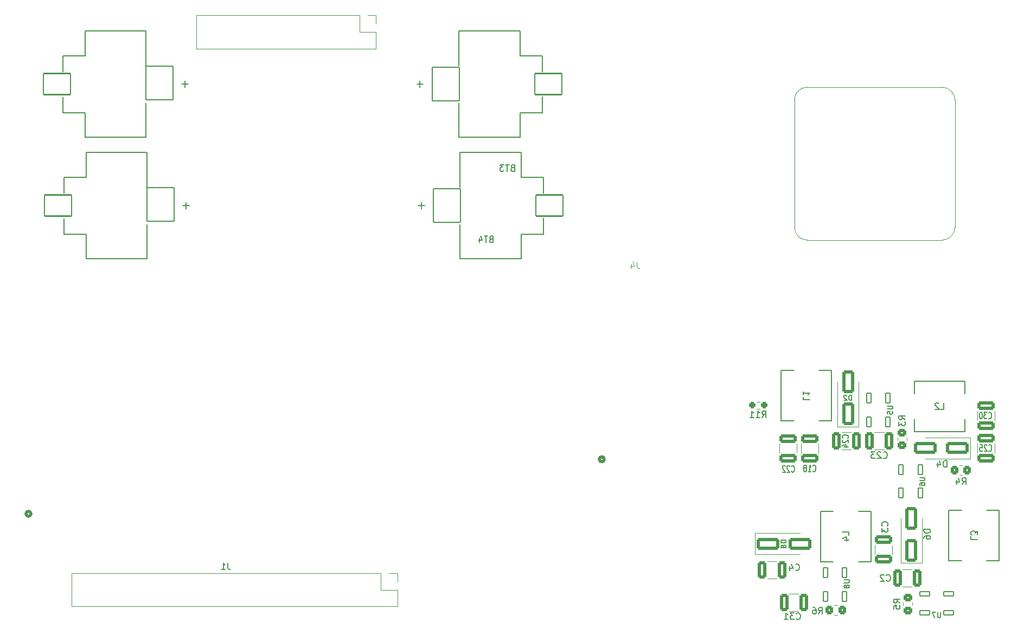
<source format=gbo>
G04 #@! TF.GenerationSoftware,KiCad,Pcbnew,7.0.10-7.0.10~ubuntu22.04.1*
G04 #@! TF.CreationDate,2025-04-10T19:03:43-06:00*
G04 #@! TF.ProjectId,OAC,4f41432e-6b69-4636-9164-5f7063625858,rev?*
G04 #@! TF.SameCoordinates,Original*
G04 #@! TF.FileFunction,Legend,Bot*
G04 #@! TF.FilePolarity,Positive*
%FSLAX46Y46*%
G04 Gerber Fmt 4.6, Leading zero omitted, Abs format (unit mm)*
G04 Created by KiCad (PCBNEW 7.0.10-7.0.10~ubuntu22.04.1) date 2025-04-10 19:03:43*
%MOMM*%
%LPD*%
G01*
G04 APERTURE LIST*
G04 Aperture macros list*
%AMRoundRect*
0 Rectangle with rounded corners*
0 $1 Rounding radius*
0 $2 $3 $4 $5 $6 $7 $8 $9 X,Y pos of 4 corners*
0 Add a 4 corners polygon primitive as box body*
4,1,4,$2,$3,$4,$5,$6,$7,$8,$9,$2,$3,0*
0 Add four circle primitives for the rounded corners*
1,1,$1+$1,$2,$3*
1,1,$1+$1,$4,$5*
1,1,$1+$1,$6,$7*
1,1,$1+$1,$8,$9*
0 Add four rect primitives between the rounded corners*
20,1,$1+$1,$2,$3,$4,$5,0*
20,1,$1+$1,$4,$5,$6,$7,0*
20,1,$1+$1,$6,$7,$8,$9,0*
20,1,$1+$1,$8,$9,$2,$3,0*%
%AMFreePoly0*
4,1,37,0.559954,2.682520,0.597008,2.631520,0.602000,2.600000,0.602000,1.032051,1.117027,0.517026,1.139138,0.483934,1.157736,0.439033,1.165500,0.400000,1.165500,-0.400000,1.157736,-0.439033,1.139138,-0.483934,1.117027,-0.517026,0.602000,-1.032051,0.602000,-2.600000,0.582520,-2.659954,0.531520,-2.697008,0.500000,-2.702000,-0.500000,-2.702000,-0.559954,-2.682520,-0.597008,-2.631520,
-0.602000,-2.600000,-0.602000,-1.032052,-1.117026,-0.517026,-1.139136,-0.483935,-1.157735,-0.439034,-1.165500,-0.400000,-1.165500,0.400000,-1.157735,0.439034,-1.139136,0.483935,-1.117026,0.517026,-0.602000,1.032052,-0.602000,2.600000,-0.582520,2.659954,-0.531520,2.697008,-0.500000,2.702000,0.500000,2.702000,0.559954,2.682520,0.559954,2.682520,$1*%
G04 Aperture macros list end*
%ADD10C,0.150000*%
%ADD11C,0.100000*%
%ADD12C,0.120000*%
%ADD13C,0.508000*%
%ADD14C,0.152400*%
%ADD15C,0.127000*%
%ADD16C,2.750000*%
%ADD17C,2.000000*%
%ADD18C,6.200000*%
%ADD19C,6.000000*%
%ADD20R,1.700000X1.700000*%
%ADD21O,1.700000X1.700000*%
%ADD22RoundRect,0.250000X0.650000X-1.500000X0.650000X1.500000X-0.650000X1.500000X-0.650000X-1.500000X0*%
%ADD23RoundRect,0.250000X0.350000X0.450000X-0.350000X0.450000X-0.350000X-0.450000X0.350000X-0.450000X0*%
%ADD24RoundRect,0.250000X1.075000X-0.400000X1.075000X0.400000X-1.075000X0.400000X-1.075000X-0.400000X0*%
%ADD25RoundRect,0.250000X1.500000X0.650000X-1.500000X0.650000X-1.500000X-0.650000X1.500000X-0.650000X0*%
%ADD26R,3.251200X2.489200*%
%ADD27RoundRect,0.250000X0.400000X1.075000X-0.400000X1.075000X-0.400000X-1.075000X0.400000X-1.075000X0*%
%ADD28RoundRect,0.237500X-0.250000X-0.237500X0.250000X-0.237500X0.250000X0.237500X-0.250000X0.237500X0*%
%ADD29RoundRect,0.250000X0.450000X-0.350000X0.450000X0.350000X-0.450000X0.350000X-0.450000X-0.350000X0*%
%ADD30RoundRect,0.102000X-0.350000X-0.750000X0.350000X-0.750000X0.350000X0.750000X-0.350000X0.750000X0*%
%ADD31FreePoly0,0.000000*%
%ADD32RoundRect,0.250000X-0.450000X0.350000X-0.450000X-0.350000X0.450000X-0.350000X0.450000X0.350000X0*%
%ADD33RoundRect,0.250000X-1.500000X-0.650000X1.500000X-0.650000X1.500000X0.650000X-1.500000X0.650000X0*%
%ADD34RoundRect,0.250000X-0.400000X-1.075000X0.400000X-1.075000X0.400000X1.075000X-0.400000X1.075000X0*%
%ADD35R,2.489200X3.251200*%
%ADD36RoundRect,0.102000X2.120000X2.600000X-2.120000X2.600000X-2.120000X-2.600000X2.120000X-2.600000X0*%
%ADD37RoundRect,0.102000X2.120000X1.650000X-2.120000X1.650000X-2.120000X-1.650000X2.120000X-1.650000X0*%
%ADD38RoundRect,0.102000X-2.120000X-1.650000X2.120000X-1.650000X2.120000X1.650000X-2.120000X1.650000X0*%
%ADD39RoundRect,0.102000X-2.120000X-2.600000X2.120000X-2.600000X2.120000X2.600000X-2.120000X2.600000X0*%
%ADD40RoundRect,0.250000X-0.350000X-0.450000X0.350000X-0.450000X0.350000X0.450000X-0.350000X0.450000X0*%
%ADD41RoundRect,0.102000X-0.750000X0.350000X-0.750000X-0.350000X0.750000X-0.350000X0.750000X0.350000X0*%
%ADD42FreePoly0,270.000000*%
%ADD43RoundRect,0.250000X-1.075000X0.400000X-1.075000X-0.400000X1.075000X-0.400000X1.075000X0.400000X0*%
G04 APERTURE END LIST*
D10*
X155451333Y-181242819D02*
X155451333Y-181957104D01*
X155451333Y-181957104D02*
X155498952Y-182099961D01*
X155498952Y-182099961D02*
X155594190Y-182195200D01*
X155594190Y-182195200D02*
X155737047Y-182242819D01*
X155737047Y-182242819D02*
X155832285Y-182242819D01*
X154451333Y-182242819D02*
X155022761Y-182242819D01*
X154737047Y-182242819D02*
X154737047Y-181242819D01*
X154737047Y-181242819D02*
X154832285Y-181385676D01*
X154832285Y-181385676D02*
X154927523Y-181480914D01*
X154927523Y-181480914D02*
X155022761Y-181528533D01*
X265104817Y-176001905D02*
X264104817Y-176001905D01*
X264104817Y-176001905D02*
X264104817Y-176240000D01*
X264104817Y-176240000D02*
X264152436Y-176382857D01*
X264152436Y-176382857D02*
X264247674Y-176478095D01*
X264247674Y-176478095D02*
X264342912Y-176525714D01*
X264342912Y-176525714D02*
X264533388Y-176573333D01*
X264533388Y-176573333D02*
X264676245Y-176573333D01*
X264676245Y-176573333D02*
X264866721Y-176525714D01*
X264866721Y-176525714D02*
X264961959Y-176478095D01*
X264961959Y-176478095D02*
X265057198Y-176382857D01*
X265057198Y-176382857D02*
X265104817Y-176240000D01*
X265104817Y-176240000D02*
X265104817Y-176001905D01*
X264104817Y-177430476D02*
X264104817Y-177240000D01*
X264104817Y-177240000D02*
X264152436Y-177144762D01*
X264152436Y-177144762D02*
X264200055Y-177097143D01*
X264200055Y-177097143D02*
X264342912Y-177001905D01*
X264342912Y-177001905D02*
X264533388Y-176954286D01*
X264533388Y-176954286D02*
X264914340Y-176954286D01*
X264914340Y-176954286D02*
X265009578Y-177001905D01*
X265009578Y-177001905D02*
X265057198Y-177049524D01*
X265057198Y-177049524D02*
X265104817Y-177144762D01*
X265104817Y-177144762D02*
X265104817Y-177335238D01*
X265104817Y-177335238D02*
X265057198Y-177430476D01*
X265057198Y-177430476D02*
X265009578Y-177478095D01*
X265009578Y-177478095D02*
X264914340Y-177525714D01*
X264914340Y-177525714D02*
X264676245Y-177525714D01*
X264676245Y-177525714D02*
X264581007Y-177478095D01*
X264581007Y-177478095D02*
X264533388Y-177430476D01*
X264533388Y-177430476D02*
X264485769Y-177335238D01*
X264485769Y-177335238D02*
X264485769Y-177144762D01*
X264485769Y-177144762D02*
X264533388Y-177049524D01*
X264533388Y-177049524D02*
X264581007Y-177001905D01*
X264581007Y-177001905D02*
X264676245Y-176954286D01*
X270066666Y-168954819D02*
X270399999Y-168478628D01*
X270638094Y-168954819D02*
X270638094Y-167954819D01*
X270638094Y-167954819D02*
X270257142Y-167954819D01*
X270257142Y-167954819D02*
X270161904Y-168002438D01*
X270161904Y-168002438D02*
X270114285Y-168050057D01*
X270114285Y-168050057D02*
X270066666Y-168145295D01*
X270066666Y-168145295D02*
X270066666Y-168288152D01*
X270066666Y-168288152D02*
X270114285Y-168383390D01*
X270114285Y-168383390D02*
X270161904Y-168431009D01*
X270161904Y-168431009D02*
X270257142Y-168478628D01*
X270257142Y-168478628D02*
X270638094Y-168478628D01*
X269209523Y-168288152D02*
X269209523Y-168954819D01*
X269447618Y-167907200D02*
X269685713Y-168621485D01*
X269685713Y-168621485D02*
X269066666Y-168621485D01*
X243442143Y-166939580D02*
X243477857Y-166987200D01*
X243477857Y-166987200D02*
X243585000Y-167034819D01*
X243585000Y-167034819D02*
X243656428Y-167034819D01*
X243656428Y-167034819D02*
X243763571Y-166987200D01*
X243763571Y-166987200D02*
X243835000Y-166891961D01*
X243835000Y-166891961D02*
X243870714Y-166796723D01*
X243870714Y-166796723D02*
X243906428Y-166606247D01*
X243906428Y-166606247D02*
X243906428Y-166463390D01*
X243906428Y-166463390D02*
X243870714Y-166272914D01*
X243870714Y-166272914D02*
X243835000Y-166177676D01*
X243835000Y-166177676D02*
X243763571Y-166082438D01*
X243763571Y-166082438D02*
X243656428Y-166034819D01*
X243656428Y-166034819D02*
X243585000Y-166034819D01*
X243585000Y-166034819D02*
X243477857Y-166082438D01*
X243477857Y-166082438D02*
X243442143Y-166130057D01*
X243156428Y-166130057D02*
X243120714Y-166082438D01*
X243120714Y-166082438D02*
X243049286Y-166034819D01*
X243049286Y-166034819D02*
X242870714Y-166034819D01*
X242870714Y-166034819D02*
X242799286Y-166082438D01*
X242799286Y-166082438D02*
X242763571Y-166130057D01*
X242763571Y-166130057D02*
X242727857Y-166225295D01*
X242727857Y-166225295D02*
X242727857Y-166320533D01*
X242727857Y-166320533D02*
X242763571Y-166463390D01*
X242763571Y-166463390D02*
X243192143Y-167034819D01*
X243192143Y-167034819D02*
X242727857Y-167034819D01*
X242442142Y-166130057D02*
X242406428Y-166082438D01*
X242406428Y-166082438D02*
X242335000Y-166034819D01*
X242335000Y-166034819D02*
X242156428Y-166034819D01*
X242156428Y-166034819D02*
X242085000Y-166082438D01*
X242085000Y-166082438D02*
X242049285Y-166130057D01*
X242049285Y-166130057D02*
X242013571Y-166225295D01*
X242013571Y-166225295D02*
X242013571Y-166320533D01*
X242013571Y-166320533D02*
X242049285Y-166463390D01*
X242049285Y-166463390D02*
X242477857Y-167034819D01*
X242477857Y-167034819D02*
X242013571Y-167034819D01*
X267678094Y-166244819D02*
X267678094Y-165244819D01*
X267678094Y-165244819D02*
X267439999Y-165244819D01*
X267439999Y-165244819D02*
X267297142Y-165292438D01*
X267297142Y-165292438D02*
X267201904Y-165387676D01*
X267201904Y-165387676D02*
X267154285Y-165482914D01*
X267154285Y-165482914D02*
X267106666Y-165673390D01*
X267106666Y-165673390D02*
X267106666Y-165816247D01*
X267106666Y-165816247D02*
X267154285Y-166006723D01*
X267154285Y-166006723D02*
X267201904Y-166101961D01*
X267201904Y-166101961D02*
X267297142Y-166197200D01*
X267297142Y-166197200D02*
X267439999Y-166244819D01*
X267439999Y-166244819D02*
X267678094Y-166244819D01*
X266249523Y-165578152D02*
X266249523Y-166244819D01*
X266487618Y-165197200D02*
X266725713Y-165911485D01*
X266725713Y-165911485D02*
X266106666Y-165911485D01*
X245295178Y-155283866D02*
X245295178Y-155760056D01*
X245295178Y-155760056D02*
X246295178Y-155760056D01*
X245295178Y-154426723D02*
X245295178Y-154998151D01*
X245295178Y-154712437D02*
X246295178Y-154712437D01*
X246295178Y-154712437D02*
X246152321Y-154807675D01*
X246152321Y-154807675D02*
X246057083Y-154902913D01*
X246057083Y-154902913D02*
X246009464Y-154998151D01*
X244046666Y-182299580D02*
X244094285Y-182347200D01*
X244094285Y-182347200D02*
X244237142Y-182394819D01*
X244237142Y-182394819D02*
X244332380Y-182394819D01*
X244332380Y-182394819D02*
X244475237Y-182347200D01*
X244475237Y-182347200D02*
X244570475Y-182251961D01*
X244570475Y-182251961D02*
X244618094Y-182156723D01*
X244618094Y-182156723D02*
X244665713Y-181966247D01*
X244665713Y-181966247D02*
X244665713Y-181823390D01*
X244665713Y-181823390D02*
X244618094Y-181632914D01*
X244618094Y-181632914D02*
X244570475Y-181537676D01*
X244570475Y-181537676D02*
X244475237Y-181442438D01*
X244475237Y-181442438D02*
X244332380Y-181394819D01*
X244332380Y-181394819D02*
X244237142Y-181394819D01*
X244237142Y-181394819D02*
X244094285Y-181442438D01*
X244094285Y-181442438D02*
X244046666Y-181490057D01*
X243189523Y-181728152D02*
X243189523Y-182394819D01*
X243427618Y-181347200D02*
X243665713Y-182061485D01*
X243665713Y-182061485D02*
X243046666Y-182061485D01*
X238862855Y-158494819D02*
X239196188Y-158018628D01*
X239434283Y-158494819D02*
X239434283Y-157494819D01*
X239434283Y-157494819D02*
X239053331Y-157494819D01*
X239053331Y-157494819D02*
X238958093Y-157542438D01*
X238958093Y-157542438D02*
X238910474Y-157590057D01*
X238910474Y-157590057D02*
X238862855Y-157685295D01*
X238862855Y-157685295D02*
X238862855Y-157828152D01*
X238862855Y-157828152D02*
X238910474Y-157923390D01*
X238910474Y-157923390D02*
X238958093Y-157971009D01*
X238958093Y-157971009D02*
X239053331Y-158018628D01*
X239053331Y-158018628D02*
X239434283Y-158018628D01*
X237910474Y-158494819D02*
X238481902Y-158494819D01*
X238196188Y-158494819D02*
X238196188Y-157494819D01*
X238196188Y-157494819D02*
X238291426Y-157637676D01*
X238291426Y-157637676D02*
X238386664Y-157732914D01*
X238386664Y-157732914D02*
X238481902Y-157780533D01*
X236958093Y-158494819D02*
X237529521Y-158494819D01*
X237243807Y-158494819D02*
X237243807Y-157494819D01*
X237243807Y-157494819D02*
X237339045Y-157637676D01*
X237339045Y-157637676D02*
X237434283Y-157732914D01*
X237434283Y-157732914D02*
X237529521Y-157780533D01*
X252830475Y-155822295D02*
X252830475Y-155022295D01*
X252830475Y-155022295D02*
X252639999Y-155022295D01*
X252639999Y-155022295D02*
X252525713Y-155060390D01*
X252525713Y-155060390D02*
X252449523Y-155136580D01*
X252449523Y-155136580D02*
X252411428Y-155212771D01*
X252411428Y-155212771D02*
X252373332Y-155365152D01*
X252373332Y-155365152D02*
X252373332Y-155479438D01*
X252373332Y-155479438D02*
X252411428Y-155631819D01*
X252411428Y-155631819D02*
X252449523Y-155708009D01*
X252449523Y-155708009D02*
X252525713Y-155784200D01*
X252525713Y-155784200D02*
X252639999Y-155822295D01*
X252639999Y-155822295D02*
X252830475Y-155822295D01*
X252068571Y-155098485D02*
X252030475Y-155060390D01*
X252030475Y-155060390D02*
X251954285Y-155022295D01*
X251954285Y-155022295D02*
X251763809Y-155022295D01*
X251763809Y-155022295D02*
X251687618Y-155060390D01*
X251687618Y-155060390D02*
X251649523Y-155098485D01*
X251649523Y-155098485D02*
X251611428Y-155174676D01*
X251611428Y-155174676D02*
X251611428Y-155250866D01*
X251611428Y-155250866D02*
X251649523Y-155365152D01*
X251649523Y-155365152D02*
X252106666Y-155822295D01*
X252106666Y-155822295D02*
X251611428Y-155822295D01*
X261184819Y-158833333D02*
X260708628Y-158500000D01*
X261184819Y-158261905D02*
X260184819Y-158261905D01*
X260184819Y-158261905D02*
X260184819Y-158642857D01*
X260184819Y-158642857D02*
X260232438Y-158738095D01*
X260232438Y-158738095D02*
X260280057Y-158785714D01*
X260280057Y-158785714D02*
X260375295Y-158833333D01*
X260375295Y-158833333D02*
X260518152Y-158833333D01*
X260518152Y-158833333D02*
X260613390Y-158785714D01*
X260613390Y-158785714D02*
X260661009Y-158738095D01*
X260661009Y-158738095D02*
X260708628Y-158642857D01*
X260708628Y-158642857D02*
X260708628Y-158261905D01*
X260184819Y-159166667D02*
X260184819Y-159785714D01*
X260184819Y-159785714D02*
X260565771Y-159452381D01*
X260565771Y-159452381D02*
X260565771Y-159595238D01*
X260565771Y-159595238D02*
X260613390Y-159690476D01*
X260613390Y-159690476D02*
X260661009Y-159738095D01*
X260661009Y-159738095D02*
X260756247Y-159785714D01*
X260756247Y-159785714D02*
X260994342Y-159785714D01*
X260994342Y-159785714D02*
X261089580Y-159738095D01*
X261089580Y-159738095D02*
X261137200Y-159690476D01*
X261137200Y-159690476D02*
X261184819Y-159595238D01*
X261184819Y-159595238D02*
X261184819Y-159309524D01*
X261184819Y-159309524D02*
X261137200Y-159214286D01*
X261137200Y-159214286D02*
X261089580Y-159166667D01*
X258412295Y-156750476D02*
X259059914Y-156750476D01*
X259059914Y-156750476D02*
X259136104Y-156788571D01*
X259136104Y-156788571D02*
X259174200Y-156826666D01*
X259174200Y-156826666D02*
X259212295Y-156902857D01*
X259212295Y-156902857D02*
X259212295Y-157055238D01*
X259212295Y-157055238D02*
X259174200Y-157131428D01*
X259174200Y-157131428D02*
X259136104Y-157169523D01*
X259136104Y-157169523D02*
X259059914Y-157207619D01*
X259059914Y-157207619D02*
X258412295Y-157207619D01*
X258412295Y-157969523D02*
X258412295Y-157588571D01*
X258412295Y-157588571D02*
X258793247Y-157550475D01*
X258793247Y-157550475D02*
X258755152Y-157588571D01*
X258755152Y-157588571D02*
X258717057Y-157664761D01*
X258717057Y-157664761D02*
X258717057Y-157855237D01*
X258717057Y-157855237D02*
X258755152Y-157931428D01*
X258755152Y-157931428D02*
X258793247Y-157969523D01*
X258793247Y-157969523D02*
X258869438Y-158007618D01*
X258869438Y-158007618D02*
X259059914Y-158007618D01*
X259059914Y-158007618D02*
X259136104Y-157969523D01*
X259136104Y-157969523D02*
X259174200Y-157931428D01*
X259174200Y-157931428D02*
X259212295Y-157855237D01*
X259212295Y-157855237D02*
X259212295Y-157664761D01*
X259212295Y-157664761D02*
X259174200Y-157588571D01*
X259174200Y-157588571D02*
X259136104Y-157550475D01*
X251652295Y-183850476D02*
X252299914Y-183850476D01*
X252299914Y-183850476D02*
X252376104Y-183888571D01*
X252376104Y-183888571D02*
X252414200Y-183926666D01*
X252414200Y-183926666D02*
X252452295Y-184002857D01*
X252452295Y-184002857D02*
X252452295Y-184155238D01*
X252452295Y-184155238D02*
X252414200Y-184231428D01*
X252414200Y-184231428D02*
X252376104Y-184269523D01*
X252376104Y-184269523D02*
X252299914Y-184307619D01*
X252299914Y-184307619D02*
X251652295Y-184307619D01*
X251995152Y-184802856D02*
X251957057Y-184726666D01*
X251957057Y-184726666D02*
X251918961Y-184688571D01*
X251918961Y-184688571D02*
X251842771Y-184650475D01*
X251842771Y-184650475D02*
X251804676Y-184650475D01*
X251804676Y-184650475D02*
X251728485Y-184688571D01*
X251728485Y-184688571D02*
X251690390Y-184726666D01*
X251690390Y-184726666D02*
X251652295Y-184802856D01*
X251652295Y-184802856D02*
X251652295Y-184955237D01*
X251652295Y-184955237D02*
X251690390Y-185031428D01*
X251690390Y-185031428D02*
X251728485Y-185069523D01*
X251728485Y-185069523D02*
X251804676Y-185107618D01*
X251804676Y-185107618D02*
X251842771Y-185107618D01*
X251842771Y-185107618D02*
X251918961Y-185069523D01*
X251918961Y-185069523D02*
X251957057Y-185031428D01*
X251957057Y-185031428D02*
X251995152Y-184955237D01*
X251995152Y-184955237D02*
X251995152Y-184802856D01*
X251995152Y-184802856D02*
X252033247Y-184726666D01*
X252033247Y-184726666D02*
X252071342Y-184688571D01*
X252071342Y-184688571D02*
X252147533Y-184650475D01*
X252147533Y-184650475D02*
X252299914Y-184650475D01*
X252299914Y-184650475D02*
X252376104Y-184688571D01*
X252376104Y-184688571D02*
X252414200Y-184726666D01*
X252414200Y-184726666D02*
X252452295Y-184802856D01*
X252452295Y-184802856D02*
X252452295Y-184955237D01*
X252452295Y-184955237D02*
X252414200Y-185031428D01*
X252414200Y-185031428D02*
X252376104Y-185069523D01*
X252376104Y-185069523D02*
X252299914Y-185107618D01*
X252299914Y-185107618D02*
X252147533Y-185107618D01*
X252147533Y-185107618D02*
X252071342Y-185069523D01*
X252071342Y-185069523D02*
X252033247Y-185031428D01*
X252033247Y-185031428D02*
X251995152Y-184955237D01*
X246772143Y-166859580D02*
X246807857Y-166907200D01*
X246807857Y-166907200D02*
X246915000Y-166954819D01*
X246915000Y-166954819D02*
X246986428Y-166954819D01*
X246986428Y-166954819D02*
X247093571Y-166907200D01*
X247093571Y-166907200D02*
X247165000Y-166811961D01*
X247165000Y-166811961D02*
X247200714Y-166716723D01*
X247200714Y-166716723D02*
X247236428Y-166526247D01*
X247236428Y-166526247D02*
X247236428Y-166383390D01*
X247236428Y-166383390D02*
X247200714Y-166192914D01*
X247200714Y-166192914D02*
X247165000Y-166097676D01*
X247165000Y-166097676D02*
X247093571Y-166002438D01*
X247093571Y-166002438D02*
X246986428Y-165954819D01*
X246986428Y-165954819D02*
X246915000Y-165954819D01*
X246915000Y-165954819D02*
X246807857Y-166002438D01*
X246807857Y-166002438D02*
X246772143Y-166050057D01*
X246057857Y-166954819D02*
X246486428Y-166954819D01*
X246272143Y-166954819D02*
X246272143Y-165954819D01*
X246272143Y-165954819D02*
X246343571Y-166097676D01*
X246343571Y-166097676D02*
X246415000Y-166192914D01*
X246415000Y-166192914D02*
X246486428Y-166240533D01*
X245629285Y-166383390D02*
X245700714Y-166335771D01*
X245700714Y-166335771D02*
X245736428Y-166288152D01*
X245736428Y-166288152D02*
X245772142Y-166192914D01*
X245772142Y-166192914D02*
X245772142Y-166145295D01*
X245772142Y-166145295D02*
X245736428Y-166050057D01*
X245736428Y-166050057D02*
X245700714Y-166002438D01*
X245700714Y-166002438D02*
X245629285Y-165954819D01*
X245629285Y-165954819D02*
X245486428Y-165954819D01*
X245486428Y-165954819D02*
X245415000Y-166002438D01*
X245415000Y-166002438D02*
X245379285Y-166050057D01*
X245379285Y-166050057D02*
X245343571Y-166145295D01*
X245343571Y-166145295D02*
X245343571Y-166192914D01*
X245343571Y-166192914D02*
X245379285Y-166288152D01*
X245379285Y-166288152D02*
X245415000Y-166335771D01*
X245415000Y-166335771D02*
X245486428Y-166383390D01*
X245486428Y-166383390D02*
X245629285Y-166383390D01*
X245629285Y-166383390D02*
X245700714Y-166431009D01*
X245700714Y-166431009D02*
X245736428Y-166478628D01*
X245736428Y-166478628D02*
X245772142Y-166573866D01*
X245772142Y-166573866D02*
X245772142Y-166764342D01*
X245772142Y-166764342D02*
X245736428Y-166859580D01*
X245736428Y-166859580D02*
X245700714Y-166907200D01*
X245700714Y-166907200D02*
X245629285Y-166954819D01*
X245629285Y-166954819D02*
X245486428Y-166954819D01*
X245486428Y-166954819D02*
X245415000Y-166907200D01*
X245415000Y-166907200D02*
X245379285Y-166859580D01*
X245379285Y-166859580D02*
X245343571Y-166764342D01*
X245343571Y-166764342D02*
X245343571Y-166573866D01*
X245343571Y-166573866D02*
X245379285Y-166478628D01*
X245379285Y-166478628D02*
X245415000Y-166431009D01*
X245415000Y-166431009D02*
X245486428Y-166383390D01*
X260374817Y-187463333D02*
X259898626Y-187130000D01*
X260374817Y-186891905D02*
X259374817Y-186891905D01*
X259374817Y-186891905D02*
X259374817Y-187272857D01*
X259374817Y-187272857D02*
X259422436Y-187368095D01*
X259422436Y-187368095D02*
X259470055Y-187415714D01*
X259470055Y-187415714D02*
X259565293Y-187463333D01*
X259565293Y-187463333D02*
X259708150Y-187463333D01*
X259708150Y-187463333D02*
X259803388Y-187415714D01*
X259803388Y-187415714D02*
X259851007Y-187368095D01*
X259851007Y-187368095D02*
X259898626Y-187272857D01*
X259898626Y-187272857D02*
X259898626Y-186891905D01*
X259374817Y-188368095D02*
X259374817Y-187891905D01*
X259374817Y-187891905D02*
X259851007Y-187844286D01*
X259851007Y-187844286D02*
X259803388Y-187891905D01*
X259803388Y-187891905D02*
X259755769Y-187987143D01*
X259755769Y-187987143D02*
X259755769Y-188225238D01*
X259755769Y-188225238D02*
X259803388Y-188320476D01*
X259803388Y-188320476D02*
X259851007Y-188368095D01*
X259851007Y-188368095D02*
X259946245Y-188415714D01*
X259946245Y-188415714D02*
X260184340Y-188415714D01*
X260184340Y-188415714D02*
X260279578Y-188368095D01*
X260279578Y-188368095D02*
X260327198Y-188320476D01*
X260327198Y-188320476D02*
X260374817Y-188225238D01*
X260374817Y-188225238D02*
X260374817Y-187987143D01*
X260374817Y-187987143D02*
X260327198Y-187891905D01*
X260327198Y-187891905D02*
X260279578Y-187844286D01*
D11*
X219313333Y-134199919D02*
X219313333Y-134914204D01*
X219313333Y-134914204D02*
X219360952Y-135057061D01*
X219360952Y-135057061D02*
X219456190Y-135152300D01*
X219456190Y-135152300D02*
X219599047Y-135199919D01*
X219599047Y-135199919D02*
X219694285Y-135199919D01*
X218408571Y-134533252D02*
X218408571Y-135199919D01*
X218646666Y-134152300D02*
X218884761Y-134866585D01*
X218884761Y-134866585D02*
X218265714Y-134866585D01*
D10*
X242592295Y-177659524D02*
X241792295Y-177659524D01*
X241792295Y-177659524D02*
X241792295Y-177850000D01*
X241792295Y-177850000D02*
X241830390Y-177964286D01*
X241830390Y-177964286D02*
X241906580Y-178040476D01*
X241906580Y-178040476D02*
X241982771Y-178078571D01*
X241982771Y-178078571D02*
X242135152Y-178116667D01*
X242135152Y-178116667D02*
X242249438Y-178116667D01*
X242249438Y-178116667D02*
X242401819Y-178078571D01*
X242401819Y-178078571D02*
X242478009Y-178040476D01*
X242478009Y-178040476D02*
X242554200Y-177964286D01*
X242554200Y-177964286D02*
X242592295Y-177850000D01*
X242592295Y-177850000D02*
X242592295Y-177659524D01*
X242135152Y-178573809D02*
X242097057Y-178497619D01*
X242097057Y-178497619D02*
X242058961Y-178459524D01*
X242058961Y-178459524D02*
X241982771Y-178421428D01*
X241982771Y-178421428D02*
X241944676Y-178421428D01*
X241944676Y-178421428D02*
X241868485Y-178459524D01*
X241868485Y-178459524D02*
X241830390Y-178497619D01*
X241830390Y-178497619D02*
X241792295Y-178573809D01*
X241792295Y-178573809D02*
X241792295Y-178726190D01*
X241792295Y-178726190D02*
X241830390Y-178802381D01*
X241830390Y-178802381D02*
X241868485Y-178840476D01*
X241868485Y-178840476D02*
X241944676Y-178878571D01*
X241944676Y-178878571D02*
X241982771Y-178878571D01*
X241982771Y-178878571D02*
X242058961Y-178840476D01*
X242058961Y-178840476D02*
X242097057Y-178802381D01*
X242097057Y-178802381D02*
X242135152Y-178726190D01*
X242135152Y-178726190D02*
X242135152Y-178573809D01*
X242135152Y-178573809D02*
X242173247Y-178497619D01*
X242173247Y-178497619D02*
X242211342Y-178459524D01*
X242211342Y-178459524D02*
X242287533Y-178421428D01*
X242287533Y-178421428D02*
X242439914Y-178421428D01*
X242439914Y-178421428D02*
X242516104Y-178459524D01*
X242516104Y-178459524D02*
X242554200Y-178497619D01*
X242554200Y-178497619D02*
X242592295Y-178573809D01*
X242592295Y-178573809D02*
X242592295Y-178726190D01*
X242592295Y-178726190D02*
X242554200Y-178802381D01*
X242554200Y-178802381D02*
X242516104Y-178840476D01*
X242516104Y-178840476D02*
X242439914Y-178878571D01*
X242439914Y-178878571D02*
X242287533Y-178878571D01*
X242287533Y-178878571D02*
X242211342Y-178840476D01*
X242211342Y-178840476D02*
X242173247Y-178802381D01*
X242173247Y-178802381D02*
X242135152Y-178726190D01*
X258256666Y-183959580D02*
X258304285Y-184007200D01*
X258304285Y-184007200D02*
X258447142Y-184054819D01*
X258447142Y-184054819D02*
X258542380Y-184054819D01*
X258542380Y-184054819D02*
X258685237Y-184007200D01*
X258685237Y-184007200D02*
X258780475Y-183911961D01*
X258780475Y-183911961D02*
X258828094Y-183816723D01*
X258828094Y-183816723D02*
X258875713Y-183626247D01*
X258875713Y-183626247D02*
X258875713Y-183483390D01*
X258875713Y-183483390D02*
X258828094Y-183292914D01*
X258828094Y-183292914D02*
X258780475Y-183197676D01*
X258780475Y-183197676D02*
X258685237Y-183102438D01*
X258685237Y-183102438D02*
X258542380Y-183054819D01*
X258542380Y-183054819D02*
X258447142Y-183054819D01*
X258447142Y-183054819D02*
X258304285Y-183102438D01*
X258304285Y-183102438D02*
X258256666Y-183150057D01*
X257875713Y-183150057D02*
X257828094Y-183102438D01*
X257828094Y-183102438D02*
X257732856Y-183054819D01*
X257732856Y-183054819D02*
X257494761Y-183054819D01*
X257494761Y-183054819D02*
X257399523Y-183102438D01*
X257399523Y-183102438D02*
X257351904Y-183150057D01*
X257351904Y-183150057D02*
X257304285Y-183245295D01*
X257304285Y-183245295D02*
X257304285Y-183340533D01*
X257304285Y-183340533D02*
X257351904Y-183483390D01*
X257351904Y-183483390D02*
X257923332Y-184054819D01*
X257923332Y-184054819D02*
X257304285Y-184054819D01*
X271465178Y-177083866D02*
X271465178Y-177560056D01*
X271465178Y-177560056D02*
X272465178Y-177560056D01*
X272465178Y-176845770D02*
X272465178Y-176226723D01*
X272465178Y-176226723D02*
X272084226Y-176560056D01*
X272084226Y-176560056D02*
X272084226Y-176417199D01*
X272084226Y-176417199D02*
X272036607Y-176321961D01*
X272036607Y-176321961D02*
X271988988Y-176274342D01*
X271988988Y-176274342D02*
X271893750Y-176226723D01*
X271893750Y-176226723D02*
X271655655Y-176226723D01*
X271655655Y-176226723D02*
X271560417Y-176274342D01*
X271560417Y-176274342D02*
X271512798Y-176321961D01*
X271512798Y-176321961D02*
X271465178Y-176417199D01*
X271465178Y-176417199D02*
X271465178Y-176702913D01*
X271465178Y-176702913D02*
X271512798Y-176798151D01*
X271512798Y-176798151D02*
X271560417Y-176845770D01*
X252374817Y-176903333D02*
X252374817Y-176427143D01*
X252374817Y-176427143D02*
X251374817Y-176427143D01*
X251708150Y-177665238D02*
X252374817Y-177665238D01*
X251327198Y-177427143D02*
X252041483Y-177189048D01*
X252041483Y-177189048D02*
X252041483Y-177808095D01*
X266716664Y-157244819D02*
X267192854Y-157244819D01*
X267192854Y-157244819D02*
X267192854Y-156244819D01*
X266430949Y-156340057D02*
X266383330Y-156292438D01*
X266383330Y-156292438D02*
X266288092Y-156244819D01*
X266288092Y-156244819D02*
X266049997Y-156244819D01*
X266049997Y-156244819D02*
X265954759Y-156292438D01*
X265954759Y-156292438D02*
X265907140Y-156340057D01*
X265907140Y-156340057D02*
X265859521Y-156435295D01*
X265859521Y-156435295D02*
X265859521Y-156530533D01*
X265859521Y-156530533D02*
X265907140Y-156673390D01*
X265907140Y-156673390D02*
X266478568Y-157244819D01*
X266478568Y-157244819D02*
X265859521Y-157244819D01*
X274212143Y-158599580D02*
X274247857Y-158647200D01*
X274247857Y-158647200D02*
X274355000Y-158694819D01*
X274355000Y-158694819D02*
X274426428Y-158694819D01*
X274426428Y-158694819D02*
X274533571Y-158647200D01*
X274533571Y-158647200D02*
X274605000Y-158551961D01*
X274605000Y-158551961D02*
X274640714Y-158456723D01*
X274640714Y-158456723D02*
X274676428Y-158266247D01*
X274676428Y-158266247D02*
X274676428Y-158123390D01*
X274676428Y-158123390D02*
X274640714Y-157932914D01*
X274640714Y-157932914D02*
X274605000Y-157837676D01*
X274605000Y-157837676D02*
X274533571Y-157742438D01*
X274533571Y-157742438D02*
X274426428Y-157694819D01*
X274426428Y-157694819D02*
X274355000Y-157694819D01*
X274355000Y-157694819D02*
X274247857Y-157742438D01*
X274247857Y-157742438D02*
X274212143Y-157790057D01*
X273962143Y-157694819D02*
X273497857Y-157694819D01*
X273497857Y-157694819D02*
X273747857Y-158075771D01*
X273747857Y-158075771D02*
X273640714Y-158075771D01*
X273640714Y-158075771D02*
X273569286Y-158123390D01*
X273569286Y-158123390D02*
X273533571Y-158171009D01*
X273533571Y-158171009D02*
X273497857Y-158266247D01*
X273497857Y-158266247D02*
X273497857Y-158504342D01*
X273497857Y-158504342D02*
X273533571Y-158599580D01*
X273533571Y-158599580D02*
X273569286Y-158647200D01*
X273569286Y-158647200D02*
X273640714Y-158694819D01*
X273640714Y-158694819D02*
X273855000Y-158694819D01*
X273855000Y-158694819D02*
X273926428Y-158647200D01*
X273926428Y-158647200D02*
X273962143Y-158599580D01*
X273033571Y-157694819D02*
X272962142Y-157694819D01*
X272962142Y-157694819D02*
X272890714Y-157742438D01*
X272890714Y-157742438D02*
X272855000Y-157790057D01*
X272855000Y-157790057D02*
X272819285Y-157885295D01*
X272819285Y-157885295D02*
X272783571Y-158075771D01*
X272783571Y-158075771D02*
X272783571Y-158313866D01*
X272783571Y-158313866D02*
X272819285Y-158504342D01*
X272819285Y-158504342D02*
X272855000Y-158599580D01*
X272855000Y-158599580D02*
X272890714Y-158647200D01*
X272890714Y-158647200D02*
X272962142Y-158694819D01*
X272962142Y-158694819D02*
X273033571Y-158694819D01*
X273033571Y-158694819D02*
X273105000Y-158647200D01*
X273105000Y-158647200D02*
X273140714Y-158599580D01*
X273140714Y-158599580D02*
X273176428Y-158504342D01*
X273176428Y-158504342D02*
X273212142Y-158313866D01*
X273212142Y-158313866D02*
X273212142Y-158075771D01*
X273212142Y-158075771D02*
X273176428Y-157885295D01*
X273176428Y-157885295D02*
X273140714Y-157790057D01*
X273140714Y-157790057D02*
X273105000Y-157742438D01*
X273105000Y-157742438D02*
X273033571Y-157694819D01*
X244202857Y-189939580D02*
X244250476Y-189987200D01*
X244250476Y-189987200D02*
X244393333Y-190034819D01*
X244393333Y-190034819D02*
X244488571Y-190034819D01*
X244488571Y-190034819D02*
X244631428Y-189987200D01*
X244631428Y-189987200D02*
X244726666Y-189891961D01*
X244726666Y-189891961D02*
X244774285Y-189796723D01*
X244774285Y-189796723D02*
X244821904Y-189606247D01*
X244821904Y-189606247D02*
X244821904Y-189463390D01*
X244821904Y-189463390D02*
X244774285Y-189272914D01*
X244774285Y-189272914D02*
X244726666Y-189177676D01*
X244726666Y-189177676D02*
X244631428Y-189082438D01*
X244631428Y-189082438D02*
X244488571Y-189034819D01*
X244488571Y-189034819D02*
X244393333Y-189034819D01*
X244393333Y-189034819D02*
X244250476Y-189082438D01*
X244250476Y-189082438D02*
X244202857Y-189130057D01*
X243869523Y-189034819D02*
X243250476Y-189034819D01*
X243250476Y-189034819D02*
X243583809Y-189415771D01*
X243583809Y-189415771D02*
X243440952Y-189415771D01*
X243440952Y-189415771D02*
X243345714Y-189463390D01*
X243345714Y-189463390D02*
X243298095Y-189511009D01*
X243298095Y-189511009D02*
X243250476Y-189606247D01*
X243250476Y-189606247D02*
X243250476Y-189844342D01*
X243250476Y-189844342D02*
X243298095Y-189939580D01*
X243298095Y-189939580D02*
X243345714Y-189987200D01*
X243345714Y-189987200D02*
X243440952Y-190034819D01*
X243440952Y-190034819D02*
X243726666Y-190034819D01*
X243726666Y-190034819D02*
X243821904Y-189987200D01*
X243821904Y-189987200D02*
X243869523Y-189939580D01*
X242298095Y-190034819D02*
X242869523Y-190034819D01*
X242583809Y-190034819D02*
X242583809Y-189034819D01*
X242583809Y-189034819D02*
X242679047Y-189177676D01*
X242679047Y-189177676D02*
X242774285Y-189272914D01*
X242774285Y-189272914D02*
X242869523Y-189320533D01*
X258419580Y-175423333D02*
X258467200Y-175375714D01*
X258467200Y-175375714D02*
X258514819Y-175232857D01*
X258514819Y-175232857D02*
X258514819Y-175137619D01*
X258514819Y-175137619D02*
X258467200Y-174994762D01*
X258467200Y-174994762D02*
X258371961Y-174899524D01*
X258371961Y-174899524D02*
X258276723Y-174851905D01*
X258276723Y-174851905D02*
X258086247Y-174804286D01*
X258086247Y-174804286D02*
X257943390Y-174804286D01*
X257943390Y-174804286D02*
X257752914Y-174851905D01*
X257752914Y-174851905D02*
X257657676Y-174899524D01*
X257657676Y-174899524D02*
X257562438Y-174994762D01*
X257562438Y-174994762D02*
X257514819Y-175137619D01*
X257514819Y-175137619D02*
X257514819Y-175232857D01*
X257514819Y-175232857D02*
X257562438Y-175375714D01*
X257562438Y-175375714D02*
X257610057Y-175423333D01*
X257514819Y-175756667D02*
X257514819Y-176375714D01*
X257514819Y-176375714D02*
X257895771Y-176042381D01*
X257895771Y-176042381D02*
X257895771Y-176185238D01*
X257895771Y-176185238D02*
X257943390Y-176280476D01*
X257943390Y-176280476D02*
X257991009Y-176328095D01*
X257991009Y-176328095D02*
X258086247Y-176375714D01*
X258086247Y-176375714D02*
X258324342Y-176375714D01*
X258324342Y-176375714D02*
X258419580Y-176328095D01*
X258419580Y-176328095D02*
X258467200Y-176280476D01*
X258467200Y-176280476D02*
X258514819Y-176185238D01*
X258514819Y-176185238D02*
X258514819Y-175899524D01*
X258514819Y-175899524D02*
X258467200Y-175804286D01*
X258467200Y-175804286D02*
X258419580Y-175756667D01*
X252229580Y-161717856D02*
X252277200Y-161682142D01*
X252277200Y-161682142D02*
X252324819Y-161574999D01*
X252324819Y-161574999D02*
X252324819Y-161503571D01*
X252324819Y-161503571D02*
X252277200Y-161396428D01*
X252277200Y-161396428D02*
X252181961Y-161324999D01*
X252181961Y-161324999D02*
X252086723Y-161289285D01*
X252086723Y-161289285D02*
X251896247Y-161253571D01*
X251896247Y-161253571D02*
X251753390Y-161253571D01*
X251753390Y-161253571D02*
X251562914Y-161289285D01*
X251562914Y-161289285D02*
X251467676Y-161324999D01*
X251467676Y-161324999D02*
X251372438Y-161396428D01*
X251372438Y-161396428D02*
X251324819Y-161503571D01*
X251324819Y-161503571D02*
X251324819Y-161574999D01*
X251324819Y-161574999D02*
X251372438Y-161682142D01*
X251372438Y-161682142D02*
X251420057Y-161717856D01*
X251420057Y-162003571D02*
X251372438Y-162039285D01*
X251372438Y-162039285D02*
X251324819Y-162110714D01*
X251324819Y-162110714D02*
X251324819Y-162289285D01*
X251324819Y-162289285D02*
X251372438Y-162360714D01*
X251372438Y-162360714D02*
X251420057Y-162396428D01*
X251420057Y-162396428D02*
X251515295Y-162432142D01*
X251515295Y-162432142D02*
X251610533Y-162432142D01*
X251610533Y-162432142D02*
X251753390Y-162396428D01*
X251753390Y-162396428D02*
X252324819Y-161967856D01*
X252324819Y-161967856D02*
X252324819Y-162432142D01*
X251658152Y-163075000D02*
X252324819Y-163075000D01*
X251277200Y-162896428D02*
X251991485Y-162717857D01*
X251991485Y-162717857D02*
X251991485Y-163182142D01*
X257762855Y-164789580D02*
X257810474Y-164837200D01*
X257810474Y-164837200D02*
X257953331Y-164884819D01*
X257953331Y-164884819D02*
X258048569Y-164884819D01*
X258048569Y-164884819D02*
X258191426Y-164837200D01*
X258191426Y-164837200D02*
X258286664Y-164741961D01*
X258286664Y-164741961D02*
X258334283Y-164646723D01*
X258334283Y-164646723D02*
X258381902Y-164456247D01*
X258381902Y-164456247D02*
X258381902Y-164313390D01*
X258381902Y-164313390D02*
X258334283Y-164122914D01*
X258334283Y-164122914D02*
X258286664Y-164027676D01*
X258286664Y-164027676D02*
X258191426Y-163932438D01*
X258191426Y-163932438D02*
X258048569Y-163884819D01*
X258048569Y-163884819D02*
X257953331Y-163884819D01*
X257953331Y-163884819D02*
X257810474Y-163932438D01*
X257810474Y-163932438D02*
X257762855Y-163980057D01*
X257381902Y-163980057D02*
X257334283Y-163932438D01*
X257334283Y-163932438D02*
X257239045Y-163884819D01*
X257239045Y-163884819D02*
X257000950Y-163884819D01*
X257000950Y-163884819D02*
X256905712Y-163932438D01*
X256905712Y-163932438D02*
X256858093Y-163980057D01*
X256858093Y-163980057D02*
X256810474Y-164075295D01*
X256810474Y-164075295D02*
X256810474Y-164170533D01*
X256810474Y-164170533D02*
X256858093Y-164313390D01*
X256858093Y-164313390D02*
X257429521Y-164884819D01*
X257429521Y-164884819D02*
X256810474Y-164884819D01*
X256477140Y-163884819D02*
X255858093Y-163884819D01*
X255858093Y-163884819D02*
X256191426Y-164265771D01*
X256191426Y-164265771D02*
X256048569Y-164265771D01*
X256048569Y-164265771D02*
X255953331Y-164313390D01*
X255953331Y-164313390D02*
X255905712Y-164361009D01*
X255905712Y-164361009D02*
X255858093Y-164456247D01*
X255858093Y-164456247D02*
X255858093Y-164694342D01*
X255858093Y-164694342D02*
X255905712Y-164789580D01*
X255905712Y-164789580D02*
X255953331Y-164837200D01*
X255953331Y-164837200D02*
X256048569Y-164884819D01*
X256048569Y-164884819D02*
X256334283Y-164884819D01*
X256334283Y-164884819D02*
X256429521Y-164837200D01*
X256429521Y-164837200D02*
X256477140Y-164789580D01*
X199870714Y-119518509D02*
X199727857Y-119566128D01*
X199727857Y-119566128D02*
X199680238Y-119613747D01*
X199680238Y-119613747D02*
X199632619Y-119708985D01*
X199632619Y-119708985D02*
X199632619Y-119851842D01*
X199632619Y-119851842D02*
X199680238Y-119947080D01*
X199680238Y-119947080D02*
X199727857Y-119994700D01*
X199727857Y-119994700D02*
X199823095Y-120042319D01*
X199823095Y-120042319D02*
X200204047Y-120042319D01*
X200204047Y-120042319D02*
X200204047Y-119042319D01*
X200204047Y-119042319D02*
X199870714Y-119042319D01*
X199870714Y-119042319D02*
X199775476Y-119089938D01*
X199775476Y-119089938D02*
X199727857Y-119137557D01*
X199727857Y-119137557D02*
X199680238Y-119232795D01*
X199680238Y-119232795D02*
X199680238Y-119328033D01*
X199680238Y-119328033D02*
X199727857Y-119423271D01*
X199727857Y-119423271D02*
X199775476Y-119470890D01*
X199775476Y-119470890D02*
X199870714Y-119518509D01*
X199870714Y-119518509D02*
X200204047Y-119518509D01*
X199346904Y-119042319D02*
X198775476Y-119042319D01*
X199061190Y-120042319D02*
X199061190Y-119042319D01*
X198537380Y-119042319D02*
X197918333Y-119042319D01*
X197918333Y-119042319D02*
X198251666Y-119423271D01*
X198251666Y-119423271D02*
X198108809Y-119423271D01*
X198108809Y-119423271D02*
X198013571Y-119470890D01*
X198013571Y-119470890D02*
X197965952Y-119518509D01*
X197965952Y-119518509D02*
X197918333Y-119613747D01*
X197918333Y-119613747D02*
X197918333Y-119851842D01*
X197918333Y-119851842D02*
X197965952Y-119947080D01*
X197965952Y-119947080D02*
X198013571Y-119994700D01*
X198013571Y-119994700D02*
X198108809Y-120042319D01*
X198108809Y-120042319D02*
X198394523Y-120042319D01*
X198394523Y-120042319D02*
X198489761Y-119994700D01*
X198489761Y-119994700D02*
X198537380Y-119947080D01*
X247666666Y-189164819D02*
X247999999Y-188688628D01*
X248238094Y-189164819D02*
X248238094Y-188164819D01*
X248238094Y-188164819D02*
X247857142Y-188164819D01*
X247857142Y-188164819D02*
X247761904Y-188212438D01*
X247761904Y-188212438D02*
X247714285Y-188260057D01*
X247714285Y-188260057D02*
X247666666Y-188355295D01*
X247666666Y-188355295D02*
X247666666Y-188498152D01*
X247666666Y-188498152D02*
X247714285Y-188593390D01*
X247714285Y-188593390D02*
X247761904Y-188641009D01*
X247761904Y-188641009D02*
X247857142Y-188688628D01*
X247857142Y-188688628D02*
X248238094Y-188688628D01*
X246809523Y-188164819D02*
X246999999Y-188164819D01*
X246999999Y-188164819D02*
X247095237Y-188212438D01*
X247095237Y-188212438D02*
X247142856Y-188260057D01*
X247142856Y-188260057D02*
X247238094Y-188402914D01*
X247238094Y-188402914D02*
X247285713Y-188593390D01*
X247285713Y-188593390D02*
X247285713Y-188974342D01*
X247285713Y-188974342D02*
X247238094Y-189069580D01*
X247238094Y-189069580D02*
X247190475Y-189117200D01*
X247190475Y-189117200D02*
X247095237Y-189164819D01*
X247095237Y-189164819D02*
X246904761Y-189164819D01*
X246904761Y-189164819D02*
X246809523Y-189117200D01*
X246809523Y-189117200D02*
X246761904Y-189069580D01*
X246761904Y-189069580D02*
X246714285Y-188974342D01*
X246714285Y-188974342D02*
X246714285Y-188736247D01*
X246714285Y-188736247D02*
X246761904Y-188641009D01*
X246761904Y-188641009D02*
X246809523Y-188593390D01*
X246809523Y-188593390D02*
X246904761Y-188545771D01*
X246904761Y-188545771D02*
X247095237Y-188545771D01*
X247095237Y-188545771D02*
X247190475Y-188593390D01*
X247190475Y-188593390D02*
X247238094Y-188641009D01*
X247238094Y-188641009D02*
X247285713Y-188736247D01*
X196543714Y-130665009D02*
X196400857Y-130712628D01*
X196400857Y-130712628D02*
X196353238Y-130760247D01*
X196353238Y-130760247D02*
X196305619Y-130855485D01*
X196305619Y-130855485D02*
X196305619Y-130998342D01*
X196305619Y-130998342D02*
X196353238Y-131093580D01*
X196353238Y-131093580D02*
X196400857Y-131141200D01*
X196400857Y-131141200D02*
X196496095Y-131188819D01*
X196496095Y-131188819D02*
X196877047Y-131188819D01*
X196877047Y-131188819D02*
X196877047Y-130188819D01*
X196877047Y-130188819D02*
X196543714Y-130188819D01*
X196543714Y-130188819D02*
X196448476Y-130236438D01*
X196448476Y-130236438D02*
X196400857Y-130284057D01*
X196400857Y-130284057D02*
X196353238Y-130379295D01*
X196353238Y-130379295D02*
X196353238Y-130474533D01*
X196353238Y-130474533D02*
X196400857Y-130569771D01*
X196400857Y-130569771D02*
X196448476Y-130617390D01*
X196448476Y-130617390D02*
X196543714Y-130665009D01*
X196543714Y-130665009D02*
X196877047Y-130665009D01*
X196019904Y-130188819D02*
X195448476Y-130188819D01*
X195734190Y-131188819D02*
X195734190Y-130188819D01*
X194686571Y-130522152D02*
X194686571Y-131188819D01*
X194924666Y-130141200D02*
X195162761Y-130855485D01*
X195162761Y-130855485D02*
X194543714Y-130855485D01*
X263432295Y-167880476D02*
X264079914Y-167880476D01*
X264079914Y-167880476D02*
X264156104Y-167918571D01*
X264156104Y-167918571D02*
X264194200Y-167956666D01*
X264194200Y-167956666D02*
X264232295Y-168032857D01*
X264232295Y-168032857D02*
X264232295Y-168185238D01*
X264232295Y-168185238D02*
X264194200Y-168261428D01*
X264194200Y-168261428D02*
X264156104Y-168299523D01*
X264156104Y-168299523D02*
X264079914Y-168337619D01*
X264079914Y-168337619D02*
X263432295Y-168337619D01*
X263432295Y-169061428D02*
X263432295Y-168909047D01*
X263432295Y-168909047D02*
X263470390Y-168832856D01*
X263470390Y-168832856D02*
X263508485Y-168794761D01*
X263508485Y-168794761D02*
X263622771Y-168718571D01*
X263622771Y-168718571D02*
X263775152Y-168680475D01*
X263775152Y-168680475D02*
X264079914Y-168680475D01*
X264079914Y-168680475D02*
X264156104Y-168718571D01*
X264156104Y-168718571D02*
X264194200Y-168756666D01*
X264194200Y-168756666D02*
X264232295Y-168832856D01*
X264232295Y-168832856D02*
X264232295Y-168985237D01*
X264232295Y-168985237D02*
X264194200Y-169061428D01*
X264194200Y-169061428D02*
X264156104Y-169099523D01*
X264156104Y-169099523D02*
X264079914Y-169137618D01*
X264079914Y-169137618D02*
X263889438Y-169137618D01*
X263889438Y-169137618D02*
X263813247Y-169099523D01*
X263813247Y-169099523D02*
X263775152Y-169061428D01*
X263775152Y-169061428D02*
X263737057Y-168985237D01*
X263737057Y-168985237D02*
X263737057Y-168832856D01*
X263737057Y-168832856D02*
X263775152Y-168756666D01*
X263775152Y-168756666D02*
X263813247Y-168718571D01*
X263813247Y-168718571D02*
X263889438Y-168680475D01*
X266719521Y-188922295D02*
X266719521Y-189569914D01*
X266719521Y-189569914D02*
X266681426Y-189646104D01*
X266681426Y-189646104D02*
X266643331Y-189684200D01*
X266643331Y-189684200D02*
X266567140Y-189722295D01*
X266567140Y-189722295D02*
X266414759Y-189722295D01*
X266414759Y-189722295D02*
X266338569Y-189684200D01*
X266338569Y-189684200D02*
X266300474Y-189646104D01*
X266300474Y-189646104D02*
X266262378Y-189569914D01*
X266262378Y-189569914D02*
X266262378Y-188922295D01*
X265957617Y-188922295D02*
X265424283Y-188922295D01*
X265424283Y-188922295D02*
X265767141Y-189722295D01*
X274222143Y-163689580D02*
X274257857Y-163737200D01*
X274257857Y-163737200D02*
X274365000Y-163784819D01*
X274365000Y-163784819D02*
X274436428Y-163784819D01*
X274436428Y-163784819D02*
X274543571Y-163737200D01*
X274543571Y-163737200D02*
X274615000Y-163641961D01*
X274615000Y-163641961D02*
X274650714Y-163546723D01*
X274650714Y-163546723D02*
X274686428Y-163356247D01*
X274686428Y-163356247D02*
X274686428Y-163213390D01*
X274686428Y-163213390D02*
X274650714Y-163022914D01*
X274650714Y-163022914D02*
X274615000Y-162927676D01*
X274615000Y-162927676D02*
X274543571Y-162832438D01*
X274543571Y-162832438D02*
X274436428Y-162784819D01*
X274436428Y-162784819D02*
X274365000Y-162784819D01*
X274365000Y-162784819D02*
X274257857Y-162832438D01*
X274257857Y-162832438D02*
X274222143Y-162880057D01*
X273936428Y-162880057D02*
X273900714Y-162832438D01*
X273900714Y-162832438D02*
X273829286Y-162784819D01*
X273829286Y-162784819D02*
X273650714Y-162784819D01*
X273650714Y-162784819D02*
X273579286Y-162832438D01*
X273579286Y-162832438D02*
X273543571Y-162880057D01*
X273543571Y-162880057D02*
X273507857Y-162975295D01*
X273507857Y-162975295D02*
X273507857Y-163070533D01*
X273507857Y-163070533D02*
X273543571Y-163213390D01*
X273543571Y-163213390D02*
X273972143Y-163784819D01*
X273972143Y-163784819D02*
X273507857Y-163784819D01*
X272829285Y-162784819D02*
X273186428Y-162784819D01*
X273186428Y-162784819D02*
X273222142Y-163261009D01*
X273222142Y-163261009D02*
X273186428Y-163213390D01*
X273186428Y-163213390D02*
X273115000Y-163165771D01*
X273115000Y-163165771D02*
X272936428Y-163165771D01*
X272936428Y-163165771D02*
X272865000Y-163213390D01*
X272865000Y-163213390D02*
X272829285Y-163261009D01*
X272829285Y-163261009D02*
X272793571Y-163356247D01*
X272793571Y-163356247D02*
X272793571Y-163594342D01*
X272793571Y-163594342D02*
X272829285Y-163689580D01*
X272829285Y-163689580D02*
X272865000Y-163737200D01*
X272865000Y-163737200D02*
X272936428Y-163784819D01*
X272936428Y-163784819D02*
X273115000Y-163784819D01*
X273115000Y-163784819D02*
X273186428Y-163737200D01*
X273186428Y-163737200D02*
X273222142Y-163689580D01*
D11*
X245894356Y-106935776D02*
G75*
G03*
X243894356Y-108935774I-6J-1999994D01*
G01*
X268944026Y-108935774D02*
G75*
G03*
X266944047Y-106935774I-2000026J-26D01*
G01*
X245894356Y-106935774D02*
X266944047Y-106935774D01*
X243894347Y-128803923D02*
G75*
G03*
X245894356Y-130803923I2000003J3D01*
G01*
X243894356Y-128803923D02*
X243894356Y-108935774D01*
X266944047Y-130803947D02*
G75*
G03*
X268944047Y-128803923I-47J2000047D01*
G01*
X268944047Y-108935774D02*
X268944047Y-128803923D01*
X266944047Y-130803923D02*
X245894356Y-130803923D01*
D12*
X131030682Y-188014257D02*
X131030682Y-182814257D01*
X181950682Y-188014257D02*
X131030682Y-188014257D01*
X181950682Y-188014257D02*
X181950682Y-185414257D01*
X179350682Y-185414257D02*
X179350682Y-182814257D01*
X181950682Y-185414257D02*
X179350682Y-185414257D01*
X181950682Y-184144257D02*
X181950682Y-182814257D01*
X179350682Y-182814257D02*
X131030682Y-182814257D01*
X181950682Y-182814257D02*
X180620682Y-182814257D01*
D13*
X214201001Y-165032101D02*
G75*
G03*
X213439001Y-165032101I-381000J0D01*
G01*
X213439001Y-165032101D02*
G75*
G03*
X214201001Y-165032101I381000J0D01*
G01*
X124701001Y-173542101D02*
G75*
G03*
X123939001Y-173542101I-381000J0D01*
G01*
X123939001Y-173542101D02*
G75*
G03*
X124701001Y-173542101I381000J0D01*
G01*
D12*
X260499998Y-181250000D02*
X260499998Y-174240000D01*
X263799998Y-181250000D02*
X260499998Y-181250000D01*
X263799998Y-181250000D02*
X263799998Y-174240000D01*
X270087062Y-167475000D02*
X269632934Y-167475000D01*
X270087062Y-166005000D02*
X269632934Y-166005000D01*
X241534998Y-164053737D02*
X241534998Y-162606263D01*
X244244998Y-164053737D02*
X244244998Y-162606263D01*
X271309998Y-164950000D02*
X264299998Y-164950000D01*
X271309998Y-161650000D02*
X271309998Y-164950000D01*
X271309998Y-161650000D02*
X264299998Y-161650000D01*
D14*
X241812998Y-159054200D02*
X241812998Y-151180200D01*
X243791658Y-159054200D02*
X241812998Y-159054200D01*
X249686998Y-159054200D02*
X247708338Y-159054200D01*
X241812998Y-151180200D02*
X243791658Y-151180200D01*
X247708338Y-151180200D02*
X249686998Y-151180200D01*
X249686998Y-151180200D02*
X249686998Y-159054200D01*
D12*
X241123735Y-183695000D02*
X239676261Y-183695000D01*
X241123735Y-180985000D02*
X239676261Y-180985000D01*
X237965274Y-156087500D02*
X238474722Y-156087500D01*
X237965274Y-157132500D02*
X238474722Y-157132500D01*
X250629998Y-159920000D02*
X250629998Y-152910000D01*
X253929998Y-159920000D02*
X250629998Y-159920000D01*
X253929998Y-159920000D02*
X253929998Y-152910000D01*
X259964998Y-162107064D02*
X259964998Y-161652936D01*
X261434998Y-162107064D02*
X261434998Y-161652936D01*
X244915000Y-164073737D02*
X244915000Y-162626263D01*
X247625000Y-164073737D02*
X247625000Y-162626263D01*
X262304998Y-187402936D02*
X262304998Y-187857064D01*
X260834998Y-187402936D02*
X260834998Y-187857064D01*
X178570682Y-100928243D02*
X178570682Y-98328243D01*
X178570682Y-100928243D02*
X150510682Y-100928243D01*
X178570682Y-98328243D02*
X175970682Y-98328243D01*
X178570682Y-97058243D02*
X178570682Y-95728243D01*
X178570682Y-95728243D02*
X177240682Y-95728243D01*
X175970682Y-98328243D02*
X175970682Y-95728243D01*
X175970682Y-95728243D02*
X150510682Y-95728243D01*
X150510682Y-100928243D02*
X150510682Y-95728243D01*
X237732498Y-176590000D02*
X244742498Y-176590000D01*
X237732498Y-179890000D02*
X237732498Y-176590000D01*
X237732498Y-179890000D02*
X244742498Y-179890000D01*
X260786261Y-182235000D02*
X262233735Y-182235000D01*
X260786261Y-184945000D02*
X262233735Y-184945000D01*
D14*
X267982998Y-180854200D02*
X267982998Y-172980200D01*
X269961658Y-180854200D02*
X267982998Y-180854200D01*
X275856998Y-180854200D02*
X273878338Y-180854200D01*
X267982998Y-172980200D02*
X269961658Y-172980200D01*
X273878338Y-172980200D02*
X275856998Y-172980200D01*
X275856998Y-172980200D02*
X275856998Y-180854200D01*
X255856998Y-173133000D02*
X255856998Y-181007000D01*
X253878338Y-173133000D02*
X255856998Y-173133000D01*
X247982998Y-173133000D02*
X249961658Y-173133000D01*
X255856998Y-181007000D02*
X253878338Y-181007000D01*
X249961658Y-181007000D02*
X247982998Y-181007000D01*
X247982998Y-181007000D02*
X247982998Y-173133000D01*
X270486998Y-160727000D02*
X262612998Y-160727000D01*
X270486998Y-158748340D02*
X270486998Y-160727000D01*
X270486998Y-152853000D02*
X270486998Y-154831660D01*
X262612998Y-160727000D02*
X262612998Y-158748340D01*
X262612998Y-154831660D02*
X262612998Y-152853000D01*
X262612998Y-152853000D02*
X270486998Y-152853000D01*
D12*
X272424998Y-158943737D02*
X272424998Y-157496263D01*
X275134998Y-158943737D02*
X275134998Y-157496263D01*
X243096261Y-185995000D02*
X244543735Y-185995000D01*
X243096261Y-188705000D02*
X244543735Y-188705000D01*
X256484998Y-179823737D02*
X256484998Y-178376263D01*
X259194998Y-179823737D02*
X259194998Y-178376263D01*
X252713735Y-163495000D02*
X251266261Y-163495000D01*
X252713735Y-160785000D02*
X251266261Y-160785000D01*
X256396261Y-160795000D02*
X257843735Y-160795000D01*
X256396261Y-163505000D02*
X257843735Y-163505000D01*
D15*
X204510000Y-110907500D02*
X204510000Y-108432500D01*
X204510000Y-102017500D02*
X204510000Y-104492500D01*
X204510000Y-102017500D02*
X201040000Y-102017500D01*
X201040000Y-114767500D02*
X201040000Y-110907500D01*
X201040000Y-110907500D02*
X204510000Y-110907500D01*
X201040000Y-102017500D02*
X201040000Y-98157500D01*
X201040000Y-98157500D02*
X191510000Y-98157500D01*
X191510000Y-114767500D02*
X201040000Y-114767500D01*
X191510000Y-109382500D02*
X191510000Y-114767500D01*
X191510000Y-98157500D02*
X191510000Y-103542500D01*
X185450000Y-106962500D02*
X185450000Y-105962500D01*
X184950000Y-106462500D02*
X185950000Y-106462500D01*
X149235000Y-106479544D02*
X148235000Y-106479544D01*
X148735000Y-105979544D02*
X148735000Y-106979544D01*
X142675000Y-114784544D02*
X142675000Y-109399544D01*
X142675000Y-103559544D02*
X142675000Y-98174544D01*
X142675000Y-98174544D02*
X133145000Y-98174544D01*
X133145000Y-114784544D02*
X142675000Y-114784544D01*
X133145000Y-110924544D02*
X133145000Y-114784544D01*
X133145000Y-102034544D02*
X129675000Y-102034544D01*
X133145000Y-98174544D02*
X133145000Y-102034544D01*
X129675000Y-110924544D02*
X133145000Y-110924544D01*
X129675000Y-110924544D02*
X129675000Y-108449544D01*
X129675000Y-102034544D02*
X129675000Y-104509544D01*
D12*
X250112934Y-187835000D02*
X250567062Y-187835000D01*
X250112934Y-189305000D02*
X250567062Y-189305000D01*
D15*
X204692500Y-129872044D02*
X204692500Y-127397044D01*
X204692500Y-120982044D02*
X204692500Y-123457044D01*
X204692500Y-120982044D02*
X201222500Y-120982044D01*
X201222500Y-133732044D02*
X201222500Y-129872044D01*
X201222500Y-129872044D02*
X204692500Y-129872044D01*
X201222500Y-120982044D02*
X201222500Y-117122044D01*
X201222500Y-117122044D02*
X191692500Y-117122044D01*
X191692500Y-133732044D02*
X201222500Y-133732044D01*
X191692500Y-128347044D02*
X191692500Y-133732044D01*
X191692500Y-117122044D02*
X191692500Y-122507044D01*
X185632500Y-125927044D02*
X185632500Y-124927044D01*
X185132500Y-125427044D02*
X186132500Y-125427044D01*
X149417500Y-125444088D02*
X148417500Y-125444088D01*
X148917500Y-124944088D02*
X148917500Y-125944088D01*
X142857500Y-133749088D02*
X142857500Y-128364088D01*
X142857500Y-122524088D02*
X142857500Y-117139088D01*
X142857500Y-117139088D02*
X133327500Y-117139088D01*
X133327500Y-133749088D02*
X142857500Y-133749088D01*
X133327500Y-129889088D02*
X133327500Y-133749088D01*
X133327500Y-120999088D02*
X129857500Y-120999088D01*
X133327500Y-117139088D02*
X133327500Y-120999088D01*
X129857500Y-129889088D02*
X133327500Y-129889088D01*
X129857500Y-129889088D02*
X129857500Y-127414088D01*
X129857500Y-120999088D02*
X129857500Y-123474088D01*
D12*
X275134998Y-162556263D02*
X275134998Y-164003737D01*
X272424998Y-162556263D02*
X272424998Y-164003737D01*
%LPC*%
D15*
X257999998Y-156960000D02*
X257999998Y-157760000D01*
X256999998Y-158760000D01*
X255999998Y-157760000D01*
X255999998Y-156960000D01*
X256999998Y-155960000D01*
X257999998Y-156960000D01*
G36*
X257999998Y-156960000D02*
G01*
X257999998Y-157760000D01*
X256999998Y-158760000D01*
X255999998Y-157760000D01*
X255999998Y-156960000D01*
X256999998Y-155960000D01*
X257999998Y-156960000D01*
G37*
X251219998Y-184170000D02*
X251219998Y-184970000D01*
X250219998Y-185970000D01*
X249219998Y-184970000D01*
X249219998Y-184170000D01*
X250219998Y-183170000D01*
X251219998Y-184170000D01*
G36*
X251219998Y-184170000D02*
G01*
X251219998Y-184970000D01*
X250219998Y-185970000D01*
X249219998Y-184970000D01*
X249219998Y-184170000D01*
X250219998Y-183170000D01*
X251219998Y-184170000D01*
G37*
X263021748Y-168074250D02*
X263021748Y-168874250D01*
X262021748Y-169874250D01*
X261021748Y-168874250D01*
X261021748Y-168074250D01*
X262021748Y-167074250D01*
X263021748Y-168074250D01*
G36*
X263021748Y-168074250D02*
G01*
X263021748Y-168874250D01*
X262021748Y-169874250D01*
X261021748Y-168874250D01*
X261021748Y-168074250D01*
X262021748Y-167074250D01*
X263021748Y-168074250D01*
G37*
X267509998Y-187530000D02*
X266509998Y-188530000D01*
X265709998Y-188530000D01*
X264709998Y-187530000D01*
X265709998Y-186530000D01*
X266509998Y-186530000D01*
X267509998Y-187530000D01*
G36*
X267509998Y-187530000D02*
G01*
X266509998Y-188530000D01*
X265709998Y-188530000D01*
X264709998Y-187530000D01*
X265709998Y-186530000D01*
X266509998Y-186530000D01*
X267509998Y-187530000D01*
G37*
D16*
X238860000Y-98567500D03*
X238860000Y-133407500D03*
D17*
X245945174Y-116308579D03*
X245945174Y-128808579D03*
D18*
X256435174Y-116398579D03*
D17*
X266945174Y-116318579D03*
X266945174Y-128818579D03*
D16*
X273700000Y-98567500D03*
X273700000Y-133407500D03*
D19*
X127490682Y-185414257D03*
X185490682Y-185414257D03*
X127490682Y-162414257D03*
X185490682Y-162414257D03*
D20*
X180620682Y-184144257D03*
D21*
X180620682Y-186684257D03*
X178080682Y-184144257D03*
X178080682Y-186684257D03*
X175540682Y-184144257D03*
X175540682Y-186684257D03*
X173000682Y-184144257D03*
X173000682Y-186684257D03*
X170460682Y-184144257D03*
X170460682Y-186684257D03*
X167920682Y-184144257D03*
X167920682Y-186684257D03*
X165380682Y-184144257D03*
X165380682Y-186684257D03*
X162840682Y-184144257D03*
X162840682Y-186684257D03*
X160300682Y-184144257D03*
X160300682Y-186684257D03*
X157760682Y-184144257D03*
X157760682Y-186684257D03*
X155220682Y-184144257D03*
X155220682Y-186684257D03*
X152680682Y-184144257D03*
X152680682Y-186684257D03*
X150140682Y-184144257D03*
X150140682Y-186684257D03*
X147600682Y-184144257D03*
X147600682Y-186684257D03*
X145060682Y-184144257D03*
X145060682Y-186684257D03*
X142520682Y-184144257D03*
X142520682Y-186684257D03*
X139980682Y-184144257D03*
X139980682Y-186684257D03*
X137440682Y-184144257D03*
X137440682Y-186684257D03*
X134900682Y-184144257D03*
X134900682Y-186684257D03*
X132360682Y-184144257D03*
X132360682Y-186684257D03*
D16*
X238655386Y-152910000D03*
X238655386Y-187750000D03*
D17*
X245740560Y-170651079D03*
X245740560Y-183151079D03*
X266740560Y-170661079D03*
X266740560Y-183161079D03*
D16*
X273495386Y-152910000D03*
X273495386Y-187750000D03*
D20*
X254795000Y-133507500D03*
D21*
X257335000Y-133507500D03*
D20*
X188105000Y-152480000D03*
D21*
X188105000Y-155020000D03*
X190645000Y-152480000D03*
X190645000Y-155020000D03*
X193185000Y-152480000D03*
X193185000Y-155020000D03*
D20*
X274150000Y-113677500D03*
D21*
X274150000Y-116217500D03*
D20*
X254464998Y-187700000D03*
D21*
X257004998Y-187700000D03*
D20*
X238259998Y-164700000D03*
D21*
X238259998Y-162160000D03*
X238259998Y-159620000D03*
D20*
X238590000Y-105442500D03*
D21*
X238590000Y-107982500D03*
X238590000Y-110522500D03*
D20*
X256464998Y-152420000D03*
D21*
X259004998Y-152420000D03*
D20*
X256795000Y-98227500D03*
D21*
X259335000Y-98227500D03*
D20*
X238600000Y-114237500D03*
D21*
X238600000Y-116777500D03*
X148530000Y-155030000D03*
X151070000Y-155030000D03*
X148530000Y-152490000D03*
D20*
X151070000Y-152490000D03*
X273819998Y-167870000D03*
D21*
X273819998Y-170410000D03*
D17*
X118170000Y-153230000D03*
X118170000Y-188070000D03*
X216370000Y-153230000D03*
X216370000Y-188070000D03*
D20*
X156829318Y-152425743D03*
D21*
X159369318Y-152425743D03*
X161909318Y-152425743D03*
X164449318Y-152425743D03*
X166989318Y-152425743D03*
X169529318Y-152425743D03*
X172069318Y-152425743D03*
X174609318Y-152425743D03*
X177149318Y-152425743D03*
X179689318Y-152425743D03*
X182229318Y-152425743D03*
X156829318Y-154965743D03*
X159369318Y-154965743D03*
X161909318Y-154965743D03*
X164449318Y-154965743D03*
X166989318Y-154965743D03*
X169529318Y-154965743D03*
X172069318Y-154965743D03*
X174609318Y-154965743D03*
X177149318Y-154965743D03*
X179689318Y-154965743D03*
X182229318Y-154965743D03*
D20*
X238269998Y-168430000D03*
D21*
X238269998Y-170970000D03*
D22*
X262149998Y-179240000D03*
X262149998Y-174240000D03*
D23*
X270859998Y-166740000D03*
X268859998Y-166740000D03*
D24*
X242889998Y-164880000D03*
X242889998Y-161780000D03*
D25*
X269299998Y-163300000D03*
X264299998Y-163300000D03*
D26*
X245749998Y-158114400D03*
X245749998Y-152120000D03*
D27*
X241949998Y-182340000D03*
X238849998Y-182340000D03*
D28*
X237307498Y-156610000D03*
X239132498Y-156610000D03*
D22*
X252279998Y-157910000D03*
X252279998Y-152910000D03*
D29*
X260699998Y-162880000D03*
X260699998Y-160880000D03*
D30*
X255499998Y-155510000D03*
D31*
X256999998Y-157360000D03*
D30*
X258499998Y-155510000D03*
X258499998Y-159210000D03*
X255499998Y-159210000D03*
X248719998Y-182720000D03*
D31*
X250219998Y-184570000D03*
D30*
X251719998Y-182720000D03*
X251719998Y-186420000D03*
X248719998Y-186420000D03*
D24*
X246270000Y-164900000D03*
X246270000Y-161800000D03*
D32*
X261569998Y-186630000D03*
X261569998Y-188630000D03*
D17*
X215900000Y-132702500D03*
X215900000Y-97862500D03*
X117700000Y-132702500D03*
X117700000Y-97862500D03*
D20*
X177240682Y-97058243D03*
D21*
X174700682Y-97058243D03*
X172160682Y-97058243D03*
X169620682Y-97058243D03*
X167080682Y-97058243D03*
X164540682Y-97058243D03*
X162000682Y-97058243D03*
X159460682Y-97058243D03*
X156920682Y-97058243D03*
X154380682Y-97058243D03*
X151840682Y-97058243D03*
X177240682Y-99598243D03*
X174700682Y-99598243D03*
X172160682Y-99598243D03*
X169620682Y-99598243D03*
X167080682Y-99598243D03*
X164540682Y-99598243D03*
X162000682Y-99598243D03*
X159460682Y-99598243D03*
X156920682Y-99598243D03*
X154380682Y-99598243D03*
X151840682Y-99598243D03*
D33*
X239742498Y-178240000D03*
X244742498Y-178240000D03*
D34*
X259959998Y-183590000D03*
X263059998Y-183590000D03*
D26*
X271919998Y-179914400D03*
X271919998Y-173920000D03*
X251919998Y-174072800D03*
X251919998Y-180067200D03*
D35*
X269547198Y-156790000D03*
X263552798Y-156790000D03*
D24*
X273779998Y-159770000D03*
X273779998Y-156670000D03*
D34*
X242269998Y-187350000D03*
X245369998Y-187350000D03*
D24*
X257839998Y-180650000D03*
X257839998Y-177550000D03*
D27*
X253539998Y-162140000D03*
X250439998Y-162140000D03*
D34*
X255569998Y-162150000D03*
X258669998Y-162150000D03*
D36*
X144740000Y-106292500D03*
D37*
X128730000Y-106479544D03*
D38*
X205455000Y-106462500D03*
D39*
X189445000Y-106462500D03*
D40*
X249339998Y-188570000D03*
X251339998Y-188570000D03*
D36*
X144922500Y-125257044D03*
D37*
X128912500Y-125444088D03*
D38*
X205637500Y-125427044D03*
D39*
X189627500Y-125427044D03*
D30*
X260521748Y-166624250D03*
D31*
X262021748Y-168474250D03*
D30*
X263521748Y-166624250D03*
X263521748Y-170324250D03*
X260521748Y-170324250D03*
D41*
X267959998Y-186030000D03*
D42*
X266109998Y-187530000D03*
D41*
X267959998Y-189030000D03*
X264259998Y-189030000D03*
X264259998Y-186030000D03*
D43*
X273779998Y-161730000D03*
X273779998Y-164830000D03*
%LPD*%
M02*

</source>
